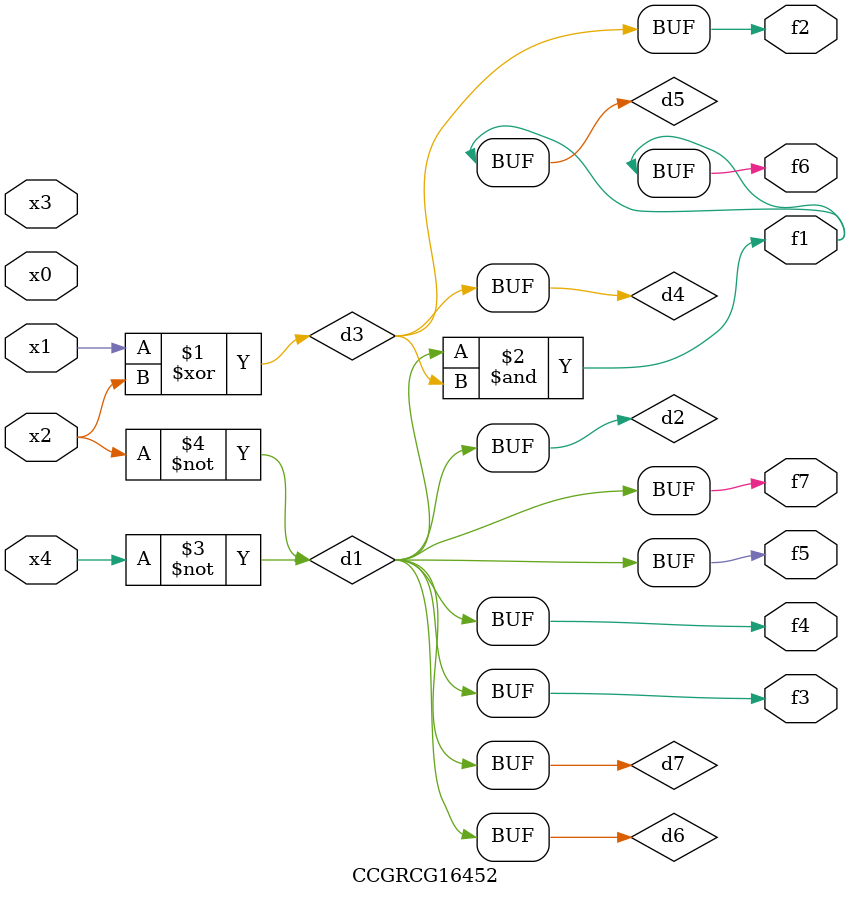
<source format=v>
module CCGRCG16452(
	input x0, x1, x2, x3, x4,
	output f1, f2, f3, f4, f5, f6, f7
);

	wire d1, d2, d3, d4, d5, d6, d7;

	not (d1, x4);
	not (d2, x2);
	xor (d3, x1, x2);
	buf (d4, d3);
	and (d5, d1, d3);
	buf (d6, d1, d2);
	buf (d7, d2);
	assign f1 = d5;
	assign f2 = d4;
	assign f3 = d7;
	assign f4 = d7;
	assign f5 = d7;
	assign f6 = d5;
	assign f7 = d7;
endmodule

</source>
